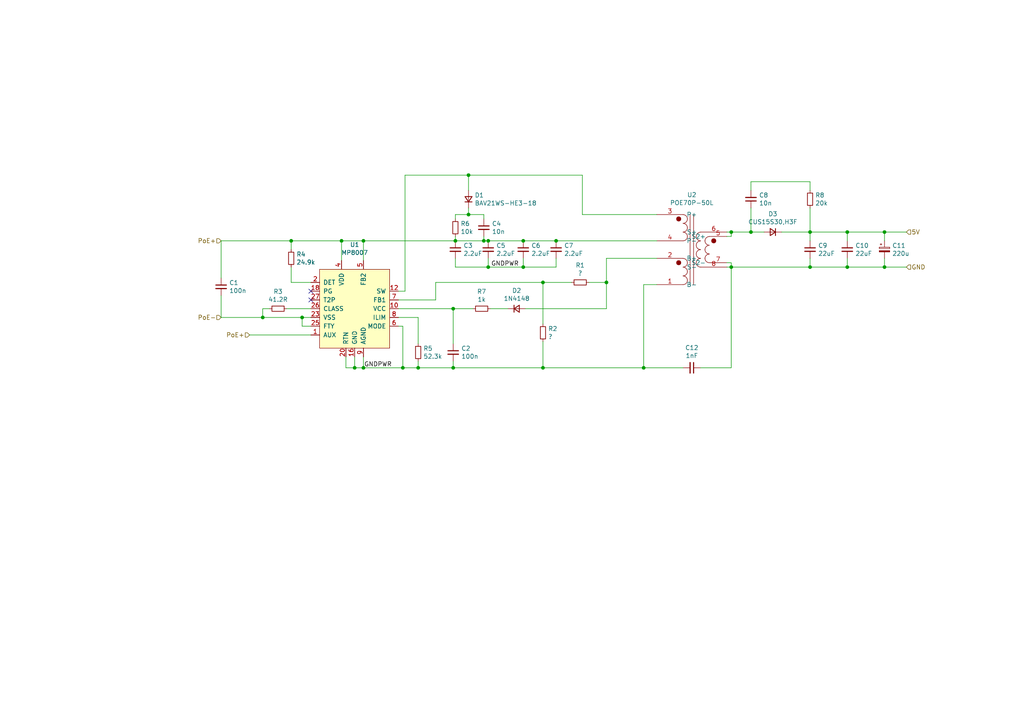
<source format=kicad_sch>
(kicad_sch (version 20211123) (generator eeschema)

  (uuid 6a45789b-3855-401f-8139-3c734f7f52f9)

  (paper "A4")

  (lib_symbols
    (symbol "Device:CP_Small" (pin_numbers hide) (pin_names (offset 0.254) hide) (in_bom yes) (on_board yes)
      (property "Reference" "C" (id 0) (at 0.254 1.778 0)
        (effects (font (size 1.27 1.27)) (justify left))
      )
      (property "Value" "Device_CP_Small" (id 1) (at 0.254 -2.032 0)
        (effects (font (size 1.27 1.27)) (justify left))
      )
      (property "Footprint" "" (id 2) (at 0 0 0)
        (effects (font (size 1.27 1.27)) hide)
      )
      (property "Datasheet" "" (id 3) (at 0 0 0)
        (effects (font (size 1.27 1.27)) hide)
      )
      (property "ki_fp_filters" "CP_*" (id 4) (at 0 0 0)
        (effects (font (size 1.27 1.27)) hide)
      )
      (symbol "CP_Small_0_1"
        (rectangle (start -1.524 -0.3048) (end 1.524 -0.6858)
          (stroke (width 0) (type default) (color 0 0 0 0))
          (fill (type outline))
        )
        (rectangle (start -1.524 0.6858) (end 1.524 0.3048)
          (stroke (width 0) (type default) (color 0 0 0 0))
          (fill (type none))
        )
        (polyline
          (pts
            (xy -1.27 1.524)
            (xy -0.762 1.524)
          )
          (stroke (width 0) (type default) (color 0 0 0 0))
          (fill (type none))
        )
        (polyline
          (pts
            (xy -1.016 1.27)
            (xy -1.016 1.778)
          )
          (stroke (width 0) (type default) (color 0 0 0 0))
          (fill (type none))
        )
      )
      (symbol "CP_Small_1_1"
        (pin passive line (at 0 2.54 270) (length 1.8542)
          (name "~" (effects (font (size 1.27 1.27))))
          (number "1" (effects (font (size 1.27 1.27))))
        )
        (pin passive line (at 0 -2.54 90) (length 1.8542)
          (name "~" (effects (font (size 1.27 1.27))))
          (number "2" (effects (font (size 1.27 1.27))))
        )
      )
    )
    (symbol "Device:C_Small" (pin_numbers hide) (pin_names (offset 0.254) hide) (in_bom yes) (on_board yes)
      (property "Reference" "C" (id 0) (at 0.254 1.778 0)
        (effects (font (size 1.27 1.27)) (justify left))
      )
      (property "Value" "C_Small" (id 1) (at 0.254 -2.032 0)
        (effects (font (size 1.27 1.27)) (justify left))
      )
      (property "Footprint" "" (id 2) (at 0 0 0)
        (effects (font (size 1.27 1.27)) hide)
      )
      (property "Datasheet" "~" (id 3) (at 0 0 0)
        (effects (font (size 1.27 1.27)) hide)
      )
      (property "ki_keywords" "capacitor cap" (id 4) (at 0 0 0)
        (effects (font (size 1.27 1.27)) hide)
      )
      (property "ki_description" "Unpolarized capacitor, small symbol" (id 5) (at 0 0 0)
        (effects (font (size 1.27 1.27)) hide)
      )
      (property "ki_fp_filters" "C_*" (id 6) (at 0 0 0)
        (effects (font (size 1.27 1.27)) hide)
      )
      (symbol "C_Small_0_1"
        (polyline
          (pts
            (xy -1.524 -0.508)
            (xy 1.524 -0.508)
          )
          (stroke (width 0.3302) (type default) (color 0 0 0 0))
          (fill (type none))
        )
        (polyline
          (pts
            (xy -1.524 0.508)
            (xy 1.524 0.508)
          )
          (stroke (width 0.3048) (type default) (color 0 0 0 0))
          (fill (type none))
        )
      )
      (symbol "C_Small_1_1"
        (pin passive line (at 0 2.54 270) (length 2.032)
          (name "~" (effects (font (size 1.27 1.27))))
          (number "1" (effects (font (size 1.27 1.27))))
        )
        (pin passive line (at 0 -2.54 90) (length 2.032)
          (name "~" (effects (font (size 1.27 1.27))))
          (number "2" (effects (font (size 1.27 1.27))))
        )
      )
    )
    (symbol "Device:D_Small" (pin_numbers hide) (pin_names (offset 0.254) hide) (in_bom yes) (on_board yes)
      (property "Reference" "D" (id 0) (at -1.27 2.032 0)
        (effects (font (size 1.27 1.27)) (justify left))
      )
      (property "Value" "D_Small" (id 1) (at -3.81 -2.032 0)
        (effects (font (size 1.27 1.27)) (justify left))
      )
      (property "Footprint" "" (id 2) (at 0 0 90)
        (effects (font (size 1.27 1.27)) hide)
      )
      (property "Datasheet" "~" (id 3) (at 0 0 90)
        (effects (font (size 1.27 1.27)) hide)
      )
      (property "ki_keywords" "diode" (id 4) (at 0 0 0)
        (effects (font (size 1.27 1.27)) hide)
      )
      (property "ki_description" "Diode, small symbol" (id 5) (at 0 0 0)
        (effects (font (size 1.27 1.27)) hide)
      )
      (property "ki_fp_filters" "TO-???* *_Diode_* *SingleDiode* D_*" (id 6) (at 0 0 0)
        (effects (font (size 1.27 1.27)) hide)
      )
      (symbol "D_Small_0_1"
        (polyline
          (pts
            (xy -0.762 -1.016)
            (xy -0.762 1.016)
          )
          (stroke (width 0.254) (type default) (color 0 0 0 0))
          (fill (type none))
        )
        (polyline
          (pts
            (xy -0.762 0)
            (xy 0.762 0)
          )
          (stroke (width 0) (type default) (color 0 0 0 0))
          (fill (type none))
        )
        (polyline
          (pts
            (xy 0.762 -1.016)
            (xy -0.762 0)
            (xy 0.762 1.016)
            (xy 0.762 -1.016)
          )
          (stroke (width 0.254) (type default) (color 0 0 0 0))
          (fill (type none))
        )
      )
      (symbol "D_Small_1_1"
        (pin passive line (at -2.54 0 0) (length 1.778)
          (name "K" (effects (font (size 1.27 1.27))))
          (number "1" (effects (font (size 1.27 1.27))))
        )
        (pin passive line (at 2.54 0 180) (length 1.778)
          (name "A" (effects (font (size 1.27 1.27))))
          (number "2" (effects (font (size 1.27 1.27))))
        )
      )
    )
    (symbol "Device:R_Small" (pin_numbers hide) (pin_names (offset 0.254) hide) (in_bom yes) (on_board yes)
      (property "Reference" "R" (id 0) (at 0.762 0.508 0)
        (effects (font (size 1.27 1.27)) (justify left))
      )
      (property "Value" "R_Small" (id 1) (at 0.762 -1.016 0)
        (effects (font (size 1.27 1.27)) (justify left))
      )
      (property "Footprint" "" (id 2) (at 0 0 0)
        (effects (font (size 1.27 1.27)) hide)
      )
      (property "Datasheet" "~" (id 3) (at 0 0 0)
        (effects (font (size 1.27 1.27)) hide)
      )
      (property "ki_keywords" "R resistor" (id 4) (at 0 0 0)
        (effects (font (size 1.27 1.27)) hide)
      )
      (property "ki_description" "Resistor, small symbol" (id 5) (at 0 0 0)
        (effects (font (size 1.27 1.27)) hide)
      )
      (property "ki_fp_filters" "R_*" (id 6) (at 0 0 0)
        (effects (font (size 1.27 1.27)) hide)
      )
      (symbol "R_Small_0_1"
        (rectangle (start -0.762 1.778) (end 0.762 -1.778)
          (stroke (width 0.2032) (type default) (color 0 0 0 0))
          (fill (type none))
        )
      )
      (symbol "R_Small_1_1"
        (pin passive line (at 0 2.54 270) (length 0.762)
          (name "~" (effects (font (size 1.27 1.27))))
          (number "1" (effects (font (size 1.27 1.27))))
        )
        (pin passive line (at 0 -2.54 90) (length 0.762)
          (name "~" (effects (font (size 1.27 1.27))))
          (number "2" (effects (font (size 1.27 1.27))))
        )
      )
    )
    (symbol "board-rescue:MP8007-local" (pin_names (offset 1.016)) (in_bom yes) (on_board yes)
      (property "Reference" "U" (id 0) (at -5.08 11.43 0)
        (effects (font (size 1.27 1.27)))
      )
      (property "Value" "board-rescue_MP8007-local" (id 1) (at -1.27 -13.97 0)
        (effects (font (size 1.27 1.27)))
      )
      (property "Footprint" "" (id 2) (at -5.08 11.43 0)
        (effects (font (size 1.27 1.27)) hide)
      )
      (property "Datasheet" "" (id 3) (at -5.08 11.43 0)
        (effects (font (size 1.27 1.27)) hide)
      )
      (symbol "MP8007-local_0_1"
        (rectangle (start -6.35 10.16) (end 13.97 -12.7)
          (stroke (width 0) (type default) (color 0 0 0 0))
          (fill (type background))
        )
      )
      (symbol "MP8007-local_1_1"
        (pin input line (at -8.89 -8.89 0) (length 2.54)
          (name "AUX" (effects (font (size 1.27 1.27))))
          (number "1" (effects (font (size 1.27 1.27))))
        )
        (pin input line (at 16.51 -1.27 180) (length 2.54)
          (name "VCC" (effects (font (size 1.27 1.27))))
          (number "10" (effects (font (size 1.27 1.27))))
        )
        (pin input line (at 16.51 3.81 180) (length 2.54)
          (name "SW" (effects (font (size 1.27 1.27))))
          (number "12" (effects (font (size 1.27 1.27))))
        )
        (pin input line (at 16.51 3.81 180) (length 2.54) hide
          (name "~" (effects (font (size 1.27 1.27))))
          (number "13" (effects (font (size 1.27 1.27))))
        )
        (pin input line (at 3.81 -15.24 90) (length 2.54)
          (name "GND" (effects (font (size 1.27 1.27))))
          (number "16" (effects (font (size 1.27 1.27))))
        )
        (pin input line (at 3.81 -15.24 90) (length 2.54) hide
          (name "~" (effects (font (size 1.27 1.27))))
          (number "17" (effects (font (size 1.27 1.27))))
        )
        (pin input line (at -8.89 3.81 0) (length 2.54)
          (name "PG" (effects (font (size 1.27 1.27))))
          (number "18" (effects (font (size 1.27 1.27))))
        )
        (pin input line (at -8.89 6.35 0) (length 2.54)
          (name "DET" (effects (font (size 1.27 1.27))))
          (number "2" (effects (font (size 1.27 1.27))))
        )
        (pin input line (at 1.27 -15.24 90) (length 2.54)
          (name "RTN" (effects (font (size 1.27 1.27))))
          (number "20" (effects (font (size 1.27 1.27))))
        )
        (pin input line (at 1.27 -15.24 90) (length 2.54) hide
          (name "~" (effects (font (size 1.27 1.27))))
          (number "21" (effects (font (size 1.27 1.27))))
        )
        (pin input line (at -8.89 -3.81 0) (length 2.54)
          (name "VSS" (effects (font (size 1.27 1.27))))
          (number "23" (effects (font (size 1.27 1.27))))
        )
        (pin input line (at -8.89 -3.81 0) (length 2.54) hide
          (name "~" (effects (font (size 1.27 1.27))))
          (number "24" (effects (font (size 1.27 1.27))))
        )
        (pin input line (at -8.89 -6.35 0) (length 2.54)
          (name "FTY" (effects (font (size 1.27 1.27))))
          (number "25" (effects (font (size 1.27 1.27))))
        )
        (pin input line (at -8.89 -1.27 0) (length 2.54)
          (name "CLASS" (effects (font (size 1.27 1.27))))
          (number "26" (effects (font (size 1.27 1.27))))
        )
        (pin input line (at -8.89 1.27 0) (length 2.54)
          (name "T2P" (effects (font (size 1.27 1.27))))
          (number "27" (effects (font (size 1.27 1.27))))
        )
        (pin input line (at 3.81 -15.24 90) (length 2.54) hide
          (name "GND" (effects (font (size 1.27 1.27))))
          (number "29" (effects (font (size 1.27 1.27))))
        )
        (pin input line (at 0 12.7 270) (length 2.54)
          (name "VDD" (effects (font (size 1.27 1.27))))
          (number "4" (effects (font (size 1.27 1.27))))
        )
        (pin input line (at 6.35 12.7 270) (length 2.54)
          (name "FB2" (effects (font (size 1.27 1.27))))
          (number "5" (effects (font (size 1.27 1.27))))
        )
        (pin input line (at 16.51 -6.35 180) (length 2.54)
          (name "MODE" (effects (font (size 1.27 1.27))))
          (number "6" (effects (font (size 1.27 1.27))))
        )
        (pin input line (at 16.51 1.27 180) (length 2.54)
          (name "FB1" (effects (font (size 1.27 1.27))))
          (number "7" (effects (font (size 1.27 1.27))))
        )
        (pin input line (at 16.51 -3.81 180) (length 2.54)
          (name "ILIM" (effects (font (size 1.27 1.27))))
          (number "8" (effects (font (size 1.27 1.27))))
        )
        (pin input line (at 6.35 -15.24 90) (length 2.54)
          (name "AGND" (effects (font (size 1.27 1.27))))
          (number "9" (effects (font (size 1.27 1.27))))
        )
      )
    )
    (symbol "board-rescue:POE70P-50L-local" (pin_names (offset 1.016)) (in_bom yes) (on_board yes)
      (property "Reference" "U" (id 0) (at 0 0 0)
        (effects (font (size 1.27 1.27)))
      )
      (property "Value" "board-rescue_POE70P-50L-local" (id 1) (at 0 12.7 0)
        (effects (font (size 1.27 1.27)))
      )
      (property "Footprint" "" (id 2) (at 0 0 0)
        (effects (font (size 1.27 1.27)) hide)
      )
      (property "Datasheet" "" (id 3) (at 0 0 0)
        (effects (font (size 1.27 1.27)) hide)
      )
      (symbol "POE70P-50L-local_0_1"
        (circle (center -3.81 -3.81) (radius 0.635)
          (stroke (width 0) (type default) (color 0 0 0 0))
          (fill (type outline))
        )
        (circle (center -3.81 8.89) (radius 0.635)
          (stroke (width 0) (type default) (color 0 0 0 0))
          (fill (type outline))
        )
        (circle (center 6.35 2.54) (radius 0.635)
          (stroke (width 0) (type default) (color 0 0 0 0))
          (fill (type outline))
        )
      )
      (symbol "POE70P-50L-local_1_1"
        (arc (start -2.54 -10.16) (mid -1.642 -9.788) (end -1.2954 -8.89)
          (stroke (width 0) (type default) (color 0 0 0 0))
          (fill (type none))
        )
        (arc (start -2.54 -7.62) (mid -1.642 -7.248) (end -1.2954 -6.35)
          (stroke (width 0) (type default) (color 0 0 0 0))
          (fill (type none))
        )
        (arc (start -2.54 -5.08) (mid -1.642 -4.708) (end -1.2954 -3.81)
          (stroke (width 0) (type default) (color 0 0 0 0))
          (fill (type none))
        )
        (arc (start -2.54 2.54) (mid -1.642 2.912) (end -1.2954 3.81)
          (stroke (width 0) (type default) (color 0 0 0 0))
          (fill (type none))
        )
        (arc (start -2.54 5.08) (mid -1.642 5.452) (end -1.2954 6.35)
          (stroke (width 0) (type default) (color 0 0 0 0))
          (fill (type none))
        )
        (arc (start -2.54 7.62) (mid -1.642 7.992) (end -1.2954 8.89)
          (stroke (width 0) (type default) (color 0 0 0 0))
          (fill (type none))
        )
        (arc (start -1.2954 -8.89) (mid -1.6599 -8.0099) (end -2.54 -7.6454)
          (stroke (width 0) (type default) (color 0 0 0 0))
          (fill (type none))
        )
        (arc (start -1.2954 -6.35) (mid -1.6599 -5.4699) (end -2.54 -5.1054)
          (stroke (width 0) (type default) (color 0 0 0 0))
          (fill (type none))
        )
        (arc (start -1.2954 -3.81) (mid -1.6599 -2.9299) (end -2.54 -2.5654)
          (stroke (width 0) (type default) (color 0 0 0 0))
          (fill (type none))
        )
        (arc (start -1.2954 3.81) (mid -1.6599 4.6901) (end -2.54 5.0546)
          (stroke (width 0) (type default) (color 0 0 0 0))
          (fill (type none))
        )
        (arc (start -1.2954 6.35) (mid -1.6599 7.2301) (end -2.54 7.5946)
          (stroke (width 0) (type default) (color 0 0 0 0))
          (fill (type none))
        )
        (arc (start -1.2954 8.89) (mid -1.6599 9.7701) (end -2.54 10.1346)
          (stroke (width 0) (type default) (color 0 0 0 0))
          (fill (type none))
        )
        (polyline
          (pts
            (xy -0.508 -10.16)
            (xy -0.508 10.16)
          )
          (stroke (width 0) (type default) (color 0 0 0 0))
          (fill (type none))
        )
        (polyline
          (pts
            (xy 0.508 10.16)
            (xy 0.508 -10.16)
          )
          (stroke (width 0) (type default) (color 0 0 0 0))
          (fill (type none))
        )
        (arc (start 1.27 -3.81) (mid 1.642 -4.708) (end 2.54 -5.08)
          (stroke (width 0) (type default) (color 0 0 0 0))
          (fill (type none))
        )
        (arc (start 1.27 -1.27) (mid 1.642 -2.168) (end 2.54 -2.54)
          (stroke (width 0) (type default) (color 0 0 0 0))
          (fill (type none))
        )
        (arc (start 1.27 1.27) (mid 1.642 0.372) (end 2.54 0)
          (stroke (width 0) (type default) (color 0 0 0 0))
          (fill (type none))
        )
        (arc (start 1.27 3.81) (mid 1.642 2.912) (end 2.54 2.54)
          (stroke (width 0) (type default) (color 0 0 0 0))
          (fill (type none))
        )
        (arc (start 2.54 -2.5654) (mid 1.6599 -2.9299) (end 1.27 -3.81)
          (stroke (width 0) (type default) (color 0 0 0 0))
          (fill (type none))
        )
        (arc (start 2.54 -0.0254) (mid 1.6599 -0.3899) (end 1.27 -1.27)
          (stroke (width 0) (type default) (color 0 0 0 0))
          (fill (type none))
        )
        (arc (start 2.54 2.5146) (mid 1.6599 2.1501) (end 1.27 1.27)
          (stroke (width 0) (type default) (color 0 0 0 0))
          (fill (type none))
        )
        (arc (start 2.54 5.0546) (mid 1.6599 4.6901) (end 1.27 3.81)
          (stroke (width 0) (type default) (color 0 0 0 0))
          (fill (type none))
        )
        (arc (start 3.81 -2.54) (mid 4.182 -3.438) (end 5.08 -3.81)
          (stroke (width 0) (type default) (color 0 0 0 0))
          (fill (type none))
        )
        (arc (start 3.81 0) (mid 4.182 -0.898) (end 5.08 -1.27)
          (stroke (width 0) (type default) (color 0 0 0 0))
          (fill (type none))
        )
        (arc (start 3.81 2.54) (mid 4.182 1.642) (end 5.08 1.27)
          (stroke (width 0) (type default) (color 0 0 0 0))
          (fill (type none))
        )
        (arc (start 5.08 -1.2954) (mid 4.1999 -1.6599) (end 3.81 -2.54)
          (stroke (width 0) (type default) (color 0 0 0 0))
          (fill (type none))
        )
        (arc (start 5.08 1.2446) (mid 4.1999 0.8801) (end 3.81 0)
          (stroke (width 0) (type default) (color 0 0 0 0))
          (fill (type none))
        )
        (arc (start 5.08 3.7846) (mid 4.1999 3.4201) (end 3.81 2.54)
          (stroke (width 0) (type default) (color 0 0 0 0))
          (fill (type none))
        )
        (pin passive line (at -10.16 -10.16 0) (length 7.62)
          (name "B-" (effects (font (size 1.27 1.27))))
          (number "1" (effects (font (size 1.27 1.27))))
        )
        (pin passive line (at -10.16 -2.54 0) (length 7.62)
          (name "B+" (effects (font (size 1.27 1.27))))
          (number "2" (effects (font (size 1.27 1.27))))
        )
        (pin passive line (at -10.16 10.16 0) (length 7.62)
          (name "P+" (effects (font (size 1.27 1.27))))
          (number "3" (effects (font (size 1.27 1.27))))
        )
        (pin passive line (at -10.16 2.54 0) (length 7.62)
          (name "P-" (effects (font (size 1.27 1.27))))
          (number "4" (effects (font (size 1.27 1.27))))
        )
        (pin passive line (at 10.16 3.81 180) (length 5.08)
          (name "S2+" (effects (font (size 1.27 1.27))))
          (number "5" (effects (font (size 1.27 1.27))))
        )
        (pin passive line (at 10.16 5.08 180) (length 7.62)
          (name "S+" (effects (font (size 1.27 1.27))))
          (number "6" (effects (font (size 1.27 1.27))))
        )
        (pin passive line (at 10.16 -3.81 180) (length 5.08)
          (name "S2-" (effects (font (size 1.27 1.27))))
          (number "7" (effects (font (size 1.27 1.27))))
        )
        (pin passive line (at 10.16 -5.08 180) (length 7.62)
          (name "S-" (effects (font (size 1.27 1.27))))
          (number "8" (effects (font (size 1.27 1.27))))
        )
      )
    )
  )

  (junction (at 256.54 77.47) (diameter 0) (color 0 0 0 0)
    (uuid 057af6bb-cf6f-4bfb-b0c0-2e92a2c09a47)
  )
  (junction (at 157.48 81.915) (diameter 0) (color 0 0 0 0)
    (uuid 097edb1b-8998-4e70-b670-bba125982348)
  )
  (junction (at 175.895 81.915) (diameter 0) (color 0 0 0 0)
    (uuid 099096e4-8c2a-4d84-a16f-06b4b6330e7a)
  )
  (junction (at 234.95 77.47) (diameter 0) (color 0 0 0 0)
    (uuid 0ce8d3ab-2662-4158-8a2a-18b782908fc5)
  )
  (junction (at 141.605 69.85) (diameter 0) (color 0 0 0 0)
    (uuid 0ff508fd-18da-4ab7-9844-3c8a28c2587e)
  )
  (junction (at 141.605 77.47) (diameter 0) (color 0 0 0 0)
    (uuid 16bd6381-8ac0-4bf2-9dce-ecc20c724b8d)
  )
  (junction (at 131.445 106.68) (diameter 0) (color 0 0 0 0)
    (uuid 19c56563-5fe3-442a-885b-418dbc2421eb)
  )
  (junction (at 84.455 69.85) (diameter 0) (color 0 0 0 0)
    (uuid 1a1ab354-5f85-45f9-938c-9f6c4c8c3ea2)
  )
  (junction (at 102.87 106.68) (diameter 0) (color 0 0 0 0)
    (uuid 240e07e1-770b-4b27-894f-29fd601c924d)
  )
  (junction (at 132.08 69.85) (diameter 0) (color 0 0 0 0)
    (uuid 40165eda-4ba6-4565-9bb4-b9df6dbb08da)
  )
  (junction (at 140.335 69.85) (diameter 0) (color 0 0 0 0)
    (uuid 4780a290-d25c-4459-9579-eba3f7678762)
  )
  (junction (at 105.41 106.68) (diameter 0) (color 0 0 0 0)
    (uuid 4a4ec8d9-3d72-4952-83d4-808f65849a2b)
  )
  (junction (at 116.84 106.68) (diameter 0) (color 0 0 0 0)
    (uuid 57c0c267-8bf9-4cc7-b734-d71a239ac313)
  )
  (junction (at 121.285 106.68) (diameter 0) (color 0 0 0 0)
    (uuid 5bcace5d-edd0-4e19-92d0-835e43cf8eb2)
  )
  (junction (at 151.765 77.47) (diameter 0) (color 0 0 0 0)
    (uuid 60dcd1fe-7079-4cb8-b509-04558ccf5097)
  )
  (junction (at 105.41 69.85) (diameter 0) (color 0 0 0 0)
    (uuid 63ff1c93-3f96-4c33-b498-5dd8c33bccc0)
  )
  (junction (at 76.2 92.075) (diameter 0) (color 0 0 0 0)
    (uuid 6441b183-b8f2-458f-a23d-60e2b1f66dd6)
  )
  (junction (at 157.48 106.68) (diameter 0) (color 0 0 0 0)
    (uuid 67763d19-f622-4e1e-81e5-5b24da7c3f99)
  )
  (junction (at 161.29 69.85) (diameter 0) (color 0 0 0 0)
    (uuid 70e15522-1572-4451-9c0d-6d36ac70d8c6)
  )
  (junction (at 256.54 67.31) (diameter 0) (color 0 0 0 0)
    (uuid 7b044939-8c4d-444f-b9e0-a15fcdeb5a86)
  )
  (junction (at 212.09 77.47) (diameter 0) (color 0 0 0 0)
    (uuid 7f52d787-caa3-4a92-b1b2-19d554dc29a4)
  )
  (junction (at 212.09 67.31) (diameter 0) (color 0 0 0 0)
    (uuid 8087f566-a94d-4bbc-985b-e49ee7762296)
  )
  (junction (at 217.805 67.31) (diameter 0) (color 0 0 0 0)
    (uuid 9b3c58a7-a9b9-4498-abc0-f9f43e4f0292)
  )
  (junction (at 87.63 92.075) (diameter 0) (color 0 0 0 0)
    (uuid 9bb20359-0f8b-45bc-9d38-6626ed3a939d)
  )
  (junction (at 234.95 67.31) (diameter 0) (color 0 0 0 0)
    (uuid a9b3f6e4-7a6d-4ae8-ad28-3d8458e0ca1a)
  )
  (junction (at 245.745 77.47) (diameter 0) (color 0 0 0 0)
    (uuid be645d0f-8568-47a0-a152-e3ddd33563eb)
  )
  (junction (at 99.06 69.85) (diameter 0) (color 0 0 0 0)
    (uuid c01d25cd-f4bb-4ef3-b5ea-533a2a4ddb2b)
  )
  (junction (at 151.765 69.85) (diameter 0) (color 0 0 0 0)
    (uuid c332fa55-4168-4f55-88a5-f82c7c21040b)
  )
  (junction (at 135.89 62.23) (diameter 0) (color 0 0 0 0)
    (uuid c830e3bc-dc64-4f65-8f47-3b106bae2807)
  )
  (junction (at 135.89 50.8) (diameter 0) (color 0 0 0 0)
    (uuid d5641ac9-9be7-46bf-90b3-6c83d852b5ba)
  )
  (junction (at 245.745 67.31) (diameter 0) (color 0 0 0 0)
    (uuid d5b800ca-1ab6-4b66-b5f7-2dda5658b504)
  )
  (junction (at 131.445 89.535) (diameter 0) (color 0 0 0 0)
    (uuid e43dbe34-ed17-4e35-a5c7-2f1679b3c415)
  )
  (junction (at 186.69 106.68) (diameter 0) (color 0 0 0 0)
    (uuid ec5c2062-3a41-4636-8803-069e60a1641a)
  )

  (no_connect (at 90.17 86.995) (uuid 852dabbf-de45-4470-8176-59d37a754407))
  (no_connect (at 90.17 84.455) (uuid b5352a33-563a-4ffe-a231-2e68fb54afa3))

  (wire (pts (xy 102.87 106.68) (xy 100.33 106.68))
    (stroke (width 0) (type default) (color 0 0 0 0))
    (uuid 003c2200-0632-4808-a662-8ddd5d30c768)
  )
  (wire (pts (xy 186.69 82.55) (xy 190.5 82.55))
    (stroke (width 0) (type default) (color 0 0 0 0))
    (uuid 01e9b6e7-adf9-4ee7-9447-a588630ee4a2)
  )
  (wire (pts (xy 256.54 69.85) (xy 256.54 67.31))
    (stroke (width 0) (type default) (color 0 0 0 0))
    (uuid 0325ec43-0390-4ae2-b055-b1ec6ce17b1c)
  )
  (wire (pts (xy 64.135 80.645) (xy 64.135 69.85))
    (stroke (width 0) (type default) (color 0 0 0 0))
    (uuid 03c52831-5dc5-43c5-a442-8d23643b46fb)
  )
  (wire (pts (xy 132.08 77.47) (xy 141.605 77.47))
    (stroke (width 0) (type default) (color 0 0 0 0))
    (uuid 0755aee5-bc01-4cb5-b830-583289df50a3)
  )
  (wire (pts (xy 105.41 103.505) (xy 105.41 106.68))
    (stroke (width 0) (type default) (color 0 0 0 0))
    (uuid 08a7c925-7fae-4530-b0c9-120e185cb318)
  )
  (wire (pts (xy 212.09 77.47) (xy 234.95 77.47))
    (stroke (width 0) (type default) (color 0 0 0 0))
    (uuid 101ef598-601d-400e-9ef6-d655fbb1dbfa)
  )
  (wire (pts (xy 131.445 89.535) (xy 137.16 89.535))
    (stroke (width 0) (type default) (color 0 0 0 0))
    (uuid 14769dc5-8525-4984-8b15-a734ee247efa)
  )
  (wire (pts (xy 131.445 99.695) (xy 131.445 89.535))
    (stroke (width 0) (type default) (color 0 0 0 0))
    (uuid 16a9ae8c-3ad2-439b-8efe-377c994670c7)
  )
  (wire (pts (xy 84.455 81.915) (xy 90.17 81.915))
    (stroke (width 0) (type default) (color 0 0 0 0))
    (uuid 1bf544e3-5940-4576-9291-2464e95c0ee2)
  )
  (wire (pts (xy 135.89 55.245) (xy 135.89 50.8))
    (stroke (width 0) (type default) (color 0 0 0 0))
    (uuid 1e8701fc-ad24-40ea-846a-e3db538d6077)
  )
  (wire (pts (xy 217.805 55.245) (xy 217.805 52.705))
    (stroke (width 0) (type default) (color 0 0 0 0))
    (uuid 20c315f4-1e4f-49aa-8d61-778a7389df7e)
  )
  (wire (pts (xy 131.445 106.68) (xy 157.48 106.68))
    (stroke (width 0) (type default) (color 0 0 0 0))
    (uuid 21ae9c3a-7138-444e-be38-56a4842ab594)
  )
  (wire (pts (xy 135.89 62.23) (xy 140.335 62.23))
    (stroke (width 0) (type default) (color 0 0 0 0))
    (uuid 25d545dc-8f50-4573-922c-35ef5a2a3a19)
  )
  (wire (pts (xy 152.4 89.535) (xy 175.895 89.535))
    (stroke (width 0) (type default) (color 0 0 0 0))
    (uuid 275aa44a-b61f-489f-9e2a-819a0fe0d1eb)
  )
  (wire (pts (xy 234.95 77.47) (xy 245.745 77.47))
    (stroke (width 0) (type default) (color 0 0 0 0))
    (uuid 29195ea4-8218-44a1-b4bf-466bee0082e4)
  )
  (wire (pts (xy 64.135 85.725) (xy 64.135 92.075))
    (stroke (width 0) (type default) (color 0 0 0 0))
    (uuid 29e78086-2175-405e-9ba3-c48766d2f50c)
  )
  (wire (pts (xy 87.63 92.075) (xy 90.17 92.075))
    (stroke (width 0) (type default) (color 0 0 0 0))
    (uuid 2d210a96-f81f-42a9-8bf4-1b43c11086f3)
  )
  (wire (pts (xy 157.48 99.06) (xy 157.48 106.68))
    (stroke (width 0) (type default) (color 0 0 0 0))
    (uuid 2d67a417-188f-4014-9282-000265d80009)
  )
  (wire (pts (xy 64.135 69.85) (xy 84.455 69.85))
    (stroke (width 0) (type default) (color 0 0 0 0))
    (uuid 2d6db888-4e40-41c8-b701-07170fc894bc)
  )
  (wire (pts (xy 168.91 62.23) (xy 190.5 62.23))
    (stroke (width 0) (type default) (color 0 0 0 0))
    (uuid 2f215f15-3d52-4c91-93e6-3ea03a95622f)
  )
  (wire (pts (xy 76.2 92.075) (xy 87.63 92.075))
    (stroke (width 0) (type default) (color 0 0 0 0))
    (uuid 31e08896-1992-4725-96d9-9d2728bca7a3)
  )
  (wire (pts (xy 141.605 69.85) (xy 140.335 69.85))
    (stroke (width 0) (type default) (color 0 0 0 0))
    (uuid 378af8b4-af3d-46e7-89ae-deff12ca9067)
  )
  (wire (pts (xy 210.82 68.58) (xy 212.09 68.58))
    (stroke (width 0) (type default) (color 0 0 0 0))
    (uuid 3a52f112-cb97-43db-aaeb-20afe27664d7)
  )
  (wire (pts (xy 221.615 67.31) (xy 217.805 67.31))
    (stroke (width 0) (type default) (color 0 0 0 0))
    (uuid 41acfe41-fac7-432a-a7a3-946566e2d504)
  )
  (wire (pts (xy 84.455 69.85) (xy 99.06 69.85))
    (stroke (width 0) (type default) (color 0 0 0 0))
    (uuid 42713045-fffd-4b2d-ae1e-7232d705fb12)
  )
  (wire (pts (xy 140.335 69.85) (xy 140.335 68.58))
    (stroke (width 0) (type default) (color 0 0 0 0))
    (uuid 45008225-f50f-4d6b-b508-6730a9408caf)
  )
  (wire (pts (xy 157.48 81.915) (xy 157.48 93.98))
    (stroke (width 0) (type default) (color 0 0 0 0))
    (uuid 477311b9-8f81-40c8-9c55-fd87e287247a)
  )
  (wire (pts (xy 161.29 77.47) (xy 161.29 74.93))
    (stroke (width 0) (type default) (color 0 0 0 0))
    (uuid 4a21e717-d46d-4d9e-8b98-af4ecb02d3ec)
  )
  (wire (pts (xy 90.17 94.615) (xy 87.63 94.615))
    (stroke (width 0) (type default) (color 0 0 0 0))
    (uuid 4c8eb964-bdf4-44de-90e9-e2ab82dd5313)
  )
  (wire (pts (xy 186.69 106.68) (xy 186.69 82.55))
    (stroke (width 0) (type default) (color 0 0 0 0))
    (uuid 4f66b314-0f62-4fb6-8c3c-f9c6a75cd3ec)
  )
  (wire (pts (xy 132.08 74.93) (xy 132.08 77.47))
    (stroke (width 0) (type default) (color 0 0 0 0))
    (uuid 4fb21471-41be-4be8-9687-66030f97befc)
  )
  (wire (pts (xy 256.54 67.31) (xy 262.89 67.31))
    (stroke (width 0) (type default) (color 0 0 0 0))
    (uuid 576c6616-e95d-4f1e-8ead-dea30fcdc8c2)
  )
  (wire (pts (xy 116.84 106.68) (xy 121.285 106.68))
    (stroke (width 0) (type default) (color 0 0 0 0))
    (uuid 5ca4be1c-537e-4a4a-b344-d0c8ffde8546)
  )
  (wire (pts (xy 198.12 106.68) (xy 186.69 106.68))
    (stroke (width 0) (type default) (color 0 0 0 0))
    (uuid 5edcefbe-9766-42c8-9529-28d0ec865573)
  )
  (wire (pts (xy 168.91 50.8) (xy 168.91 62.23))
    (stroke (width 0) (type default) (color 0 0 0 0))
    (uuid 61fe293f-6808-4b7f-9340-9aaac7054a97)
  )
  (wire (pts (xy 157.48 106.68) (xy 186.69 106.68))
    (stroke (width 0) (type default) (color 0 0 0 0))
    (uuid 6284122b-79c3-4e04-925e-3d32cc3ec077)
  )
  (wire (pts (xy 210.82 77.47) (xy 212.09 77.47))
    (stroke (width 0) (type default) (color 0 0 0 0))
    (uuid 65134029-dbd2-409a-85a8-13c2a33ff019)
  )
  (wire (pts (xy 72.39 97.155) (xy 90.17 97.155))
    (stroke (width 0) (type default) (color 0 0 0 0))
    (uuid 66043bca-a260-4915-9fce-8a51d324c687)
  )
  (wire (pts (xy 151.765 69.85) (xy 141.605 69.85))
    (stroke (width 0) (type default) (color 0 0 0 0))
    (uuid 68877d35-b796-44db-9124-b8e744e7412e)
  )
  (wire (pts (xy 115.57 86.995) (xy 126.365 86.995))
    (stroke (width 0) (type default) (color 0 0 0 0))
    (uuid 6c67e4f6-9d04-4539-b356-b76e915ce848)
  )
  (wire (pts (xy 121.285 92.075) (xy 115.57 92.075))
    (stroke (width 0) (type default) (color 0 0 0 0))
    (uuid 6ec113ca-7d27-4b14-a180-1e5e2fd1c167)
  )
  (wire (pts (xy 131.445 104.775) (xy 131.445 106.68))
    (stroke (width 0) (type default) (color 0 0 0 0))
    (uuid 770ad51a-7219-4633-b24a-bd20feb0a6c5)
  )
  (wire (pts (xy 234.95 67.31) (xy 245.745 67.31))
    (stroke (width 0) (type default) (color 0 0 0 0))
    (uuid 7a4ce4b3-518a-4819-b8b2-5127b3347c64)
  )
  (wire (pts (xy 84.455 72.39) (xy 84.455 69.85))
    (stroke (width 0) (type default) (color 0 0 0 0))
    (uuid 7aed3a71-054b-4aaa-9c0a-030523c32827)
  )
  (wire (pts (xy 115.57 94.615) (xy 116.84 94.615))
    (stroke (width 0) (type default) (color 0 0 0 0))
    (uuid 7cee474b-af8f-4832-b07a-c43c1ab0b464)
  )
  (wire (pts (xy 132.08 69.85) (xy 105.41 69.85))
    (stroke (width 0) (type default) (color 0 0 0 0))
    (uuid 7e023245-2c2b-4e2b-bfb9-5d35176e88f2)
  )
  (wire (pts (xy 217.805 52.705) (xy 234.95 52.705))
    (stroke (width 0) (type default) (color 0 0 0 0))
    (uuid 7e0a03ae-d054-4f76-a131-5c09b8dc1636)
  )
  (wire (pts (xy 100.33 106.68) (xy 100.33 103.505))
    (stroke (width 0) (type default) (color 0 0 0 0))
    (uuid 7edc9030-db7b-43ac-a1b3-b87eeacb4c2d)
  )
  (wire (pts (xy 210.82 76.2) (xy 212.09 76.2))
    (stroke (width 0) (type default) (color 0 0 0 0))
    (uuid 7f2301df-e4bc-479e-a681-cc59c9a2dbbb)
  )
  (wire (pts (xy 83.185 89.535) (xy 90.17 89.535))
    (stroke (width 0) (type default) (color 0 0 0 0))
    (uuid 80094b70-85ab-4ff6-934b-60d5ee65023a)
  )
  (wire (pts (xy 203.2 106.68) (xy 212.09 106.68))
    (stroke (width 0) (type default) (color 0 0 0 0))
    (uuid 81a15393-727e-448b-a777-b18773023d89)
  )
  (wire (pts (xy 170.815 81.915) (xy 175.895 81.915))
    (stroke (width 0) (type default) (color 0 0 0 0))
    (uuid 84e5506c-143e-495f-9aa4-d3a71622f213)
  )
  (wire (pts (xy 116.84 94.615) (xy 116.84 106.68))
    (stroke (width 0) (type default) (color 0 0 0 0))
    (uuid 853ee787-6e2c-4f32-bc75-6c17337dd3d5)
  )
  (wire (pts (xy 141.605 74.93) (xy 141.605 77.47))
    (stroke (width 0) (type default) (color 0 0 0 0))
    (uuid 85b7594c-358f-454b-b2ad-dd0b1d67ed76)
  )
  (wire (pts (xy 175.895 74.93) (xy 190.5 74.93))
    (stroke (width 0) (type default) (color 0 0 0 0))
    (uuid 87d7448e-e139-4209-ae0b-372f805267da)
  )
  (wire (pts (xy 132.08 68.58) (xy 132.08 69.85))
    (stroke (width 0) (type default) (color 0 0 0 0))
    (uuid 8c6a821f-8e19-48f3-8f44-9b340f7689bc)
  )
  (wire (pts (xy 117.475 50.8) (xy 117.475 84.455))
    (stroke (width 0) (type default) (color 0 0 0 0))
    (uuid 8da933a9-35f8-42e6-8504-d1bab7264306)
  )
  (wire (pts (xy 256.54 77.47) (xy 262.89 77.47))
    (stroke (width 0) (type default) (color 0 0 0 0))
    (uuid 935f462d-8b1e-4005-9f1e-17f537ab1756)
  )
  (wire (pts (xy 64.135 92.075) (xy 76.2 92.075))
    (stroke (width 0) (type default) (color 0 0 0 0))
    (uuid 94a873dc-af67-4ef9-8159-1f7c93eeb3d7)
  )
  (wire (pts (xy 212.09 67.31) (xy 210.82 67.31))
    (stroke (width 0) (type default) (color 0 0 0 0))
    (uuid 98c78427-acd5-4f90-9ad6-9f61c4809aec)
  )
  (wire (pts (xy 157.48 81.915) (xy 165.735 81.915))
    (stroke (width 0) (type default) (color 0 0 0 0))
    (uuid 994b6220-4755-4d84-91b3-6122ac1c2c5e)
  )
  (wire (pts (xy 105.41 69.85) (xy 105.41 75.565))
    (stroke (width 0) (type default) (color 0 0 0 0))
    (uuid 9b0a1687-7e1b-4a04-a30b-c27a072a2949)
  )
  (wire (pts (xy 121.285 106.68) (xy 131.445 106.68))
    (stroke (width 0) (type default) (color 0 0 0 0))
    (uuid 9cb12cc8-7f1a-4a01-9256-c119f11a8a02)
  )
  (wire (pts (xy 190.5 69.85) (xy 161.29 69.85))
    (stroke (width 0) (type default) (color 0 0 0 0))
    (uuid 9e1b837f-0d34-4a18-9644-9ee68f141f46)
  )
  (wire (pts (xy 175.895 81.915) (xy 175.895 74.93))
    (stroke (width 0) (type default) (color 0 0 0 0))
    (uuid a13ab237-8f8d-4e16-8c47-4440653b8534)
  )
  (wire (pts (xy 142.24 89.535) (xy 147.32 89.535))
    (stroke (width 0) (type default) (color 0 0 0 0))
    (uuid a17904b9-135e-4dae-ae20-401c7787de72)
  )
  (wire (pts (xy 99.06 69.85) (xy 99.06 75.565))
    (stroke (width 0) (type default) (color 0 0 0 0))
    (uuid a1823eb2-fb0d-4ed8-8b96-04184ac3a9d5)
  )
  (wire (pts (xy 212.09 106.68) (xy 212.09 77.47))
    (stroke (width 0) (type default) (color 0 0 0 0))
    (uuid a4f86a46-3bc8-4daa-9125-a63f297eb114)
  )
  (wire (pts (xy 141.605 77.47) (xy 151.765 77.47))
    (stroke (width 0) (type default) (color 0 0 0 0))
    (uuid a5cd8da1-8f7f-4f80-bb23-0317de562222)
  )
  (wire (pts (xy 226.695 67.31) (xy 234.95 67.31))
    (stroke (width 0) (type default) (color 0 0 0 0))
    (uuid a6b7df29-bcf8-46a9-b623-7eaac47f5110)
  )
  (wire (pts (xy 212.09 76.2) (xy 212.09 77.47))
    (stroke (width 0) (type default) (color 0 0 0 0))
    (uuid a8447faf-e0a0-4c4a-ae53-4d4b28669151)
  )
  (wire (pts (xy 87.63 94.615) (xy 87.63 92.075))
    (stroke (width 0) (type default) (color 0 0 0 0))
    (uuid aa14c3bd-4acc-4908-9d28-228585a22a9d)
  )
  (wire (pts (xy 140.335 62.23) (xy 140.335 63.5))
    (stroke (width 0) (type default) (color 0 0 0 0))
    (uuid aca4de92-9c41-4c2b-9afa-540d02dafa1c)
  )
  (wire (pts (xy 234.95 74.93) (xy 234.95 77.47))
    (stroke (width 0) (type default) (color 0 0 0 0))
    (uuid b0906e10-2fbc-4309-a8b4-6fc4cd1a5490)
  )
  (wire (pts (xy 126.365 86.995) (xy 126.365 81.915))
    (stroke (width 0) (type default) (color 0 0 0 0))
    (uuid b447dbb1-d38e-4a15-93cb-12c25382ea53)
  )
  (wire (pts (xy 115.57 84.455) (xy 117.475 84.455))
    (stroke (width 0) (type default) (color 0 0 0 0))
    (uuid b88717bd-086f-46cd-9d3f-0396009d0996)
  )
  (wire (pts (xy 117.475 50.8) (xy 135.89 50.8))
    (stroke (width 0) (type default) (color 0 0 0 0))
    (uuid babeabf2-f3b0-4ed5-8d9e-0215947e6cf3)
  )
  (wire (pts (xy 121.285 99.695) (xy 121.285 92.075))
    (stroke (width 0) (type default) (color 0 0 0 0))
    (uuid bd065eaf-e495-4837-bdb3-129934de1fc7)
  )
  (wire (pts (xy 245.745 77.47) (xy 256.54 77.47))
    (stroke (width 0) (type default) (color 0 0 0 0))
    (uuid bd9595a1-04f3-4fda-8f1b-e65ad874edd3)
  )
  (wire (pts (xy 76.2 89.535) (xy 76.2 92.075))
    (stroke (width 0) (type default) (color 0 0 0 0))
    (uuid bfc0aadc-38cf-466e-a642-68fdc3138c78)
  )
  (wire (pts (xy 84.455 77.47) (xy 84.455 81.915))
    (stroke (width 0) (type default) (color 0 0 0 0))
    (uuid c0515cd2-cdaa-467e-8354-0f6eadfa35c9)
  )
  (wire (pts (xy 217.805 60.325) (xy 217.805 67.31))
    (stroke (width 0) (type default) (color 0 0 0 0))
    (uuid c094494a-f6f7-43fc-a007-4951484ddf3a)
  )
  (wire (pts (xy 135.89 50.8) (xy 168.91 50.8))
    (stroke (width 0) (type default) (color 0 0 0 0))
    (uuid c25a772d-af9c-4ebc-96f6-0966738c13a8)
  )
  (wire (pts (xy 135.89 60.325) (xy 135.89 62.23))
    (stroke (width 0) (type default) (color 0 0 0 0))
    (uuid c43663ee-9a0d-4f27-a292-89ba89964065)
  )
  (wire (pts (xy 151.765 77.47) (xy 161.29 77.47))
    (stroke (width 0) (type default) (color 0 0 0 0))
    (uuid c5eb1e4c-ce83-470e-8f32-e20ff1f886a3)
  )
  (wire (pts (xy 115.57 89.535) (xy 131.445 89.535))
    (stroke (width 0) (type default) (color 0 0 0 0))
    (uuid c7e7067c-5f5e-48d8-ab59-df26f9b35863)
  )
  (wire (pts (xy 245.745 67.31) (xy 256.54 67.31))
    (stroke (width 0) (type default) (color 0 0 0 0))
    (uuid c9667181-b3c7-4b01-b8b4-baa29a9aea63)
  )
  (wire (pts (xy 175.895 81.915) (xy 175.895 89.535))
    (stroke (width 0) (type default) (color 0 0 0 0))
    (uuid ca5a4651-0d1d-441b-b17d-01518ef3b656)
  )
  (wire (pts (xy 105.41 106.68) (xy 116.84 106.68))
    (stroke (width 0) (type default) (color 0 0 0 0))
    (uuid ca87f11b-5f48-4b57-8535-68d3ec2fe5a9)
  )
  (wire (pts (xy 256.54 74.93) (xy 256.54 77.47))
    (stroke (width 0) (type default) (color 0 0 0 0))
    (uuid cb16d05e-318b-4e51-867b-70d791d75bea)
  )
  (wire (pts (xy 121.285 104.775) (xy 121.285 106.68))
    (stroke (width 0) (type default) (color 0 0 0 0))
    (uuid cb24efdd-07c6-4317-9277-131625b065ac)
  )
  (wire (pts (xy 105.41 106.68) (xy 102.87 106.68))
    (stroke (width 0) (type default) (color 0 0 0 0))
    (uuid cbd8faed-e1f8-4406-87c8-58b2c504a5d4)
  )
  (wire (pts (xy 126.365 81.915) (xy 157.48 81.915))
    (stroke (width 0) (type default) (color 0 0 0 0))
    (uuid cfa5c16e-7859-460d-a0b8-cea7d7ea629c)
  )
  (wire (pts (xy 245.745 69.85) (xy 245.745 67.31))
    (stroke (width 0) (type default) (color 0 0 0 0))
    (uuid cff34251-839c-4da9-a0ad-85d0fc4e32af)
  )
  (wire (pts (xy 234.95 69.85) (xy 234.95 67.31))
    (stroke (width 0) (type default) (color 0 0 0 0))
    (uuid d0fb0864-e79b-4bdc-8e8e-eed0cabe6d56)
  )
  (wire (pts (xy 78.105 89.535) (xy 76.2 89.535))
    (stroke (width 0) (type default) (color 0 0 0 0))
    (uuid d4a1d3c4-b315-4bec-9220-d12a9eab51e0)
  )
  (wire (pts (xy 234.95 52.705) (xy 234.95 55.245))
    (stroke (width 0) (type default) (color 0 0 0 0))
    (uuid d6fb27cf-362d-4568-967c-a5bf49d5931b)
  )
  (wire (pts (xy 132.08 62.23) (xy 135.89 62.23))
    (stroke (width 0) (type default) (color 0 0 0 0))
    (uuid d7269d2a-b8c0-422d-8f25-f79ea31bf75e)
  )
  (wire (pts (xy 234.95 60.325) (xy 234.95 67.31))
    (stroke (width 0) (type default) (color 0 0 0 0))
    (uuid d9c6d5d2-0b49-49ba-a970-cd2c32f74c54)
  )
  (wire (pts (xy 161.29 69.85) (xy 151.765 69.85))
    (stroke (width 0) (type default) (color 0 0 0 0))
    (uuid dde51ae5-b215-445e-92bb-4a12ec410531)
  )
  (wire (pts (xy 140.335 69.85) (xy 132.08 69.85))
    (stroke (width 0) (type default) (color 0 0 0 0))
    (uuid df68c26a-03b5-4466-aecf-ba34b7dce6b7)
  )
  (wire (pts (xy 217.805 67.31) (xy 212.09 67.31))
    (stroke (width 0) (type default) (color 0 0 0 0))
    (uuid e40e8cef-4fb0-4fc3-be09-3875b2cc8469)
  )
  (wire (pts (xy 132.08 63.5) (xy 132.08 62.23))
    (stroke (width 0) (type default) (color 0 0 0 0))
    (uuid e8c50f1b-c316-4110-9cce-5c24c65a1eaa)
  )
  (wire (pts (xy 245.745 74.93) (xy 245.745 77.47))
    (stroke (width 0) (type default) (color 0 0 0 0))
    (uuid ebd06df3-d52b-4cff-99a2-a771df6d3733)
  )
  (wire (pts (xy 151.765 74.93) (xy 151.765 77.47))
    (stroke (width 0) (type default) (color 0 0 0 0))
    (uuid ec31c074-17b2-48e1-ab01-071acad3fa04)
  )
  (wire (pts (xy 99.06 69.85) (xy 105.41 69.85))
    (stroke (width 0) (type default) (color 0 0 0 0))
    (uuid ee27d19c-8dca-4ac8-a760-6dfd54d28071)
  )
  (wire (pts (xy 102.87 103.505) (xy 102.87 106.68))
    (stroke (width 0) (type default) (color 0 0 0 0))
    (uuid f2c93195-af12-4d3e-acdf-bdd0ff675c24)
  )
  (wire (pts (xy 212.09 68.58) (xy 212.09 67.31))
    (stroke (width 0) (type default) (color 0 0 0 0))
    (uuid f4eb0267-179f-46c9-b516-9bfb06bac1ba)
  )

  (label "GNDPWR" (at 113.665 106.68 180)
    (effects (font (size 1.27 1.27)) (justify right bottom))
    (uuid 5528bcad-2950-4673-90eb-c37e6952c475)
  )
  (label "GNDPWR" (at 150.495 77.47 180)
    (effects (font (size 1.27 1.27)) (justify right bottom))
    (uuid 7599133e-c681-4202-85d9-c20dac196c64)
  )

  (hierarchical_label "5V" (shape input) (at 262.89 67.31 0)
    (effects (font (size 1.27 1.27)) (justify left))
    (uuid 127679a9-3981-4934-815e-896a4e3ff56e)
  )
  (hierarchical_label "GND" (shape input) (at 262.89 77.47 0)
    (effects (font (size 1.27 1.27)) (justify left))
    (uuid 48ab88d7-7084-4d02-b109-3ad55a30bb11)
  )
  (hierarchical_label "PoE-" (shape input) (at 64.135 92.075 180)
    (effects (font (size 1.27 1.27)) (justify right))
    (uuid 716e31c5-485f-40b5-88e3-a75900da9811)
  )
  (hierarchical_label "PoE+" (shape input) (at 72.39 97.155 180)
    (effects (font (size 1.27 1.27)) (justify right))
    (uuid 7bbf981c-a063-4e30-8911-e4228e1c0743)
  )
  (hierarchical_label "PoE+" (shape input) (at 64.135 69.85 180)
    (effects (font (size 1.27 1.27)) (justify right))
    (uuid b1086f75-01ba-4188-8d36-75a9e2828ca9)
  )

  (symbol (lib_id "board-rescue:MP8007-local") (at 99.06 88.265 0)
    (in_bom yes) (on_board yes)
    (uuid 00000000-0000-0000-0000-000060a0318a)
    (property "Reference" "U1" (id 0) (at 102.87 70.9676 0))
    (property "Value" "MP8007" (id 1) (at 102.87 73.279 0))
    (property "Footprint" "Package_DFN_QFN:QFN-28-1EP_4x5mm_P0.5mm_EP2.65x3.65mm_ThermalVias" (id 2) (at 93.98 76.835 0)
      (effects (font (size 1.27 1.27)) hide)
    )
    (property "Datasheet" "" (id 3) (at 93.98 76.835 0)
      (effects (font (size 1.27 1.27)) hide)
    )
    (pin "1" (uuid 84b49332-c009-4222-9715-891767babdf6))
    (pin "10" (uuid 80f04873-7bc4-4f8d-a001-9b4c1bacaa99))
    (pin "12" (uuid 7297708a-3ddb-437c-a022-029fc420f242))
    (pin "13" (uuid 80f8544b-efce-4726-8493-8054af38c28d))
    (pin "16" (uuid a43c0300-1cf5-4793-a686-2c168de41d61))
    (pin "17" (uuid 89628ef4-e6ac-4807-85d4-c52f8cf9e136))
    (pin "18" (uuid 45ab63b2-69a7-4901-a31d-21ac38882192))
    (pin "2" (uuid 17757662-228c-4c69-b30a-02c579f9c94a))
    (pin "20" (uuid 40c31842-f602-4408-b8d1-ee3550d6d805))
    (pin "21" (uuid d8b5bac9-55d0-45a0-8868-d3db243a870f))
    (pin "23" (uuid a495c44c-0621-4b81-8568-15d3eeb6bd10))
    (pin "24" (uuid 960e3980-6992-4f2f-be18-9d55b25deb4f))
    (pin "25" (uuid 6ff68425-4d5c-4047-bb2d-454338ea7222))
    (pin "26" (uuid a6bd56a6-2781-4a69-91bb-2c1492084c6c))
    (pin "27" (uuid a3d19ecf-a56e-4b08-882f-e0959ebaf9bb))
    (pin "29" (uuid 9472cabf-848d-4d17-9df0-8ca6c15a78bc))
    (pin "4" (uuid b767b8f8-ecce-4a00-9757-4efa3a524318))
    (pin "5" (uuid 0aea80b3-5920-4614-b5a1-211fc72588f6))
    (pin "6" (uuid 3b0eb3d0-4c1b-4d23-881b-acbb21fccdac))
    (pin "7" (uuid f1df8eee-8a89-44d0-bde3-f8189f69bdae))
    (pin "8" (uuid 0b1a71c3-e09d-4ef0-89b0-db61108da5e8))
    (pin "9" (uuid d408b27d-ea71-4900-b0e7-cb8fd5299291))
  )

  (symbol (lib_id "board-rescue:POE70P-50L-local") (at 200.66 72.39 0) (unit 1)
    (in_bom yes) (on_board yes)
    (uuid 00000000-0000-0000-0000-000060a03af8)
    (property "Reference" "U2" (id 0) (at 200.66 56.515 0))
    (property "Value" "POE70P-50L" (id 1) (at 200.66 58.8264 0))
    (property "Footprint" "local:Transformer_Coilcraft_POE70P" (id 2) (at 200.66 72.39 0)
      (effects (font (size 1.27 1.27)) hide)
    )
    (property "Datasheet" "" (id 3) (at 200.66 72.39 0)
      (effects (font (size 1.27 1.27)) hide)
    )
    (pin "1" (uuid fb4f5b9a-78f8-437f-a793-105c1797ae5b))
    (pin "2" (uuid 53c78b9f-e543-4d59-aa4f-6367dbb404ec))
    (pin "3" (uuid 01fa08a6-7be1-41f2-9d5f-9c8fd909b515))
    (pin "4" (uuid 4aac0332-f770-48bf-84c6-1f15cb6965e6))
    (pin "5" (uuid 51934aba-6bd8-4cf2-9180-7d8507ae546e))
    (pin "6" (uuid e8e54784-63be-4e29-bba0-8d06d3e6b108))
    (pin "7" (uuid 8969f576-03fa-4e04-b345-8d7fcf6d78ae))
    (pin "8" (uuid bab86d3f-0f50-4b90-9d25-b0d60c28a71e))
  )

  (symbol (lib_id "Device:C_Small") (at 64.135 83.185 0) (unit 1)
    (in_bom yes) (on_board yes)
    (uuid 00000000-0000-0000-0000-000060a06e25)
    (property "Reference" "C1" (id 0) (at 66.4718 82.0166 0)
      (effects (font (size 1.27 1.27)) (justify left))
    )
    (property "Value" "100n" (id 1) (at 66.4718 84.328 0)
      (effects (font (size 1.27 1.27)) (justify left))
    )
    (property "Footprint" "Capacitor_SMD:C_0603_1608Metric" (id 2) (at 64.135 83.185 0)
      (effects (font (size 1.27 1.27)) hide)
    )
    (property "Datasheet" "~" (id 3) (at 64.135 83.185 0)
      (effects (font (size 1.27 1.27)) hide)
    )
    (pin "1" (uuid 40101aa4-b797-46a5-aa9f-0bc748343854))
    (pin "2" (uuid 425d4e0c-4af7-4877-bb5f-21af91cfe52d))
  )

  (symbol (lib_id "Device:R_Small") (at 84.455 74.93 0) (unit 1)
    (in_bom yes) (on_board yes)
    (uuid 00000000-0000-0000-0000-000060a0839d)
    (property "Reference" "R4" (id 0) (at 85.9536 73.7616 0)
      (effects (font (size 1.27 1.27)) (justify left))
    )
    (property "Value" "24.9k" (id 1) (at 85.9536 76.073 0)
      (effects (font (size 1.27 1.27)) (justify left))
    )
    (property "Footprint" "Resistor_SMD:R_0603_1608Metric" (id 2) (at 84.455 74.93 0)
      (effects (font (size 1.27 1.27)) hide)
    )
    (property "Datasheet" "~" (id 3) (at 84.455 74.93 0)
      (effects (font (size 1.27 1.27)) hide)
    )
    (pin "1" (uuid 2f4e6d3b-e788-40fd-a30d-623725dbb33b))
    (pin "2" (uuid 16f46eb7-3179-4690-ba60-9ec9d64b3378))
  )

  (symbol (lib_id "Device:R_Small") (at 80.645 89.535 270) (unit 1)
    (in_bom yes) (on_board yes)
    (uuid 00000000-0000-0000-0000-000060a08fa6)
    (property "Reference" "R3" (id 0) (at 80.645 84.5566 90))
    (property "Value" "41.2R" (id 1) (at 80.645 86.868 90))
    (property "Footprint" "Resistor_SMD:R_0603_1608Metric" (id 2) (at 80.645 89.535 0)
      (effects (font (size 1.27 1.27)) hide)
    )
    (property "Datasheet" "~" (id 3) (at 80.645 89.535 0)
      (effects (font (size 1.27 1.27)) hide)
    )
    (pin "1" (uuid d2c61604-a816-4601-a1a6-18f90f86b771))
    (pin "2" (uuid ea87411d-3c37-4ee3-8f36-8e3a9f8bd10e))
  )

  (symbol (lib_id "Device:R_Small") (at 132.08 66.04 0) (unit 1)
    (in_bom yes) (on_board yes)
    (uuid 00000000-0000-0000-0000-000060a12ead)
    (property "Reference" "R6" (id 0) (at 133.5786 64.8716 0)
      (effects (font (size 1.27 1.27)) (justify left))
    )
    (property "Value" "10k" (id 1) (at 133.5786 67.183 0)
      (effects (font (size 1.27 1.27)) (justify left))
    )
    (property "Footprint" "Resistor_SMD:R_0603_1608Metric" (id 2) (at 132.08 66.04 0)
      (effects (font (size 1.27 1.27)) hide)
    )
    (property "Datasheet" "~" (id 3) (at 132.08 66.04 0)
      (effects (font (size 1.27 1.27)) hide)
    )
    (pin "1" (uuid ad71b609-e7e1-4666-9fd0-6d88c7d96f36))
    (pin "2" (uuid ba29d9b9-9df3-4ca5-8a70-aa01665f535e))
  )

  (symbol (lib_id "Device:C_Small") (at 140.335 66.04 0) (unit 1)
    (in_bom yes) (on_board yes)
    (uuid 00000000-0000-0000-0000-000060a13580)
    (property "Reference" "C4" (id 0) (at 142.6718 64.8716 0)
      (effects (font (size 1.27 1.27)) (justify left))
    )
    (property "Value" "10n" (id 1) (at 142.6718 67.183 0)
      (effects (font (size 1.27 1.27)) (justify left))
    )
    (property "Footprint" "Capacitor_SMD:C_0603_1608Metric" (id 2) (at 140.335 66.04 0)
      (effects (font (size 1.27 1.27)) hide)
    )
    (property "Datasheet" "~" (id 3) (at 140.335 66.04 0)
      (effects (font (size 1.27 1.27)) hide)
    )
    (pin "1" (uuid 0cf5165f-03e3-4954-97bb-e571f92bbbbe))
    (pin "2" (uuid 07459f39-3235-4839-b27e-387eaf36b5d8))
  )

  (symbol (lib_id "Device:D_Small") (at 135.89 57.785 90) (unit 1)
    (in_bom yes) (on_board yes)
    (uuid 00000000-0000-0000-0000-000060a1507f)
    (property "Reference" "D1" (id 0) (at 137.668 56.6166 90)
      (effects (font (size 1.27 1.27)) (justify right))
    )
    (property "Value" "BAV21WS-HE3-18" (id 1) (at 137.668 58.928 90)
      (effects (font (size 1.27 1.27)) (justify right))
    )
    (property "Footprint" "Diode_SMD:D_SOD-323_HandSoldering" (id 2) (at 135.89 57.785 90)
      (effects (font (size 1.27 1.27)) hide)
    )
    (property "Datasheet" "~" (id 3) (at 135.89 57.785 90)
      (effects (font (size 1.27 1.27)) hide)
    )
    (pin "1" (uuid 8452c61c-6d5f-47a3-8a21-a3356a7e2bd4))
    (pin "2" (uuid 6424e37b-0a2d-4486-9952-eba089b6e9fc))
  )

  (symbol (lib_id "Device:C_Small") (at 132.08 72.39 0) (unit 1)
    (in_bom yes) (on_board yes)
    (uuid 00000000-0000-0000-0000-000060a18fd2)
    (property "Reference" "C3" (id 0) (at 134.4168 71.2216 0)
      (effects (font (size 1.27 1.27)) (justify left))
    )
    (property "Value" "2.2uF" (id 1) (at 134.4168 73.533 0)
      (effects (font (size 1.27 1.27)) (justify left))
    )
    (property "Footprint" "Capacitor_SMD:C_1210_3225Metric" (id 2) (at 132.08 72.39 0)
      (effects (font (size 1.27 1.27)) hide)
    )
    (property "Datasheet" "~" (id 3) (at 132.08 72.39 0)
      (effects (font (size 1.27 1.27)) hide)
    )
    (pin "1" (uuid 2c3c5a88-d8d5-4e8e-8fe3-709de6747d75))
    (pin "2" (uuid 23c4756d-82f8-4d5b-a432-182147df989c))
  )

  (symbol (lib_id "Device:C_Small") (at 141.605 72.39 0) (unit 1)
    (in_bom yes) (on_board yes)
    (uuid 00000000-0000-0000-0000-000060a193fd)
    (property "Reference" "C5" (id 0) (at 143.9418 71.2216 0)
      (effects (font (size 1.27 1.27)) (justify left))
    )
    (property "Value" "2.2uF" (id 1) (at 143.9418 73.533 0)
      (effects (font (size 1.27 1.27)) (justify left))
    )
    (property "Footprint" "Capacitor_SMD:C_1210_3225Metric" (id 2) (at 141.605 72.39 0)
      (effects (font (size 1.27 1.27)) hide)
    )
    (property "Datasheet" "~" (id 3) (at 141.605 72.39 0)
      (effects (font (size 1.27 1.27)) hide)
    )
    (pin "1" (uuid ea041953-56d7-4181-bcd3-3933f93fafe5))
    (pin "2" (uuid b8822758-430c-4efd-821e-07c84fc4812e))
  )

  (symbol (lib_id "Device:C_Small") (at 151.765 72.39 0) (unit 1)
    (in_bom yes) (on_board yes)
    (uuid 00000000-0000-0000-0000-000060a19703)
    (property "Reference" "C6" (id 0) (at 154.1018 71.2216 0)
      (effects (font (size 1.27 1.27)) (justify left))
    )
    (property "Value" "2.2uF" (id 1) (at 154.1018 73.533 0)
      (effects (font (size 1.27 1.27)) (justify left))
    )
    (property "Footprint" "Capacitor_SMD:C_1210_3225Metric" (id 2) (at 151.765 72.39 0)
      (effects (font (size 1.27 1.27)) hide)
    )
    (property "Datasheet" "~" (id 3) (at 151.765 72.39 0)
      (effects (font (size 1.27 1.27)) hide)
    )
    (pin "1" (uuid 15cb05f1-e523-415c-aac4-95a688f2ee48))
    (pin "2" (uuid a8cb2f62-4a11-4982-8f2b-36f0e50f4a69))
  )

  (symbol (lib_id "Device:C_Small") (at 161.29 72.39 0) (unit 1)
    (in_bom yes) (on_board yes)
    (uuid 00000000-0000-0000-0000-000060a19a37)
    (property "Reference" "C7" (id 0) (at 163.6268 71.2216 0)
      (effects (font (size 1.27 1.27)) (justify left))
    )
    (property "Value" "2.2uF" (id 1) (at 163.6268 73.533 0)
      (effects (font (size 1.27 1.27)) (justify left))
    )
    (property "Footprint" "Capacitor_SMD:C_1210_3225Metric" (id 2) (at 161.29 72.39 0)
      (effects (font (size 1.27 1.27)) hide)
    )
    (property "Datasheet" "~" (id 3) (at 161.29 72.39 0)
      (effects (font (size 1.27 1.27)) hide)
    )
    (pin "1" (uuid 391d6784-f6e9-4bbe-806b-b62d3331d359))
    (pin "2" (uuid 8fe1dca6-ec83-48f7-91ee-f2260a7b356e))
  )

  (symbol (lib_id "Device:D_Small") (at 149.86 89.535 0) (unit 1)
    (in_bom yes) (on_board yes)
    (uuid 00000000-0000-0000-0000-000060a1c97a)
    (property "Reference" "D2" (id 0) (at 149.86 84.2772 0))
    (property "Value" "1N4148" (id 1) (at 149.86 86.5886 0))
    (property "Footprint" "Diode_SMD:D_SOD-323_HandSoldering" (id 2) (at 149.86 89.535 90)
      (effects (font (size 1.27 1.27)) hide)
    )
    (property "Datasheet" "~" (id 3) (at 149.86 89.535 90)
      (effects (font (size 1.27 1.27)) hide)
    )
    (pin "1" (uuid 480e2215-0440-4c25-b30c-e7abdd527792))
    (pin "2" (uuid bb7e4f65-7f78-41ce-8d52-8764303c47f1))
  )

  (symbol (lib_id "Device:C_Small") (at 131.445 102.235 0) (unit 1)
    (in_bom yes) (on_board yes)
    (uuid 00000000-0000-0000-0000-000060a1ec7f)
    (property "Reference" "C2" (id 0) (at 133.7818 101.0666 0)
      (effects (font (size 1.27 1.27)) (justify left))
    )
    (property "Value" "100n" (id 1) (at 133.7818 103.378 0)
      (effects (font (size 1.27 1.27)) (justify left))
    )
    (property "Footprint" "Capacitor_SMD:C_0603_1608Metric" (id 2) (at 131.445 102.235 0)
      (effects (font (size 1.27 1.27)) hide)
    )
    (property "Datasheet" "~" (id 3) (at 131.445 102.235 0)
      (effects (font (size 1.27 1.27)) hide)
    )
    (pin "1" (uuid e56b4a4b-003e-4235-a8b2-b196b2d93d5c))
    (pin "2" (uuid 3f35f969-08b0-4370-ad04-8491aa73c3b8))
  )

  (symbol (lib_id "Device:R_Small") (at 139.7 89.535 270) (unit 1)
    (in_bom yes) (on_board yes)
    (uuid 00000000-0000-0000-0000-000060a216c3)
    (property "Reference" "R7" (id 0) (at 139.7 84.5566 90))
    (property "Value" "1k" (id 1) (at 139.7 86.868 90))
    (property "Footprint" "Resistor_SMD:R_0603_1608Metric" (id 2) (at 139.7 89.535 0)
      (effects (font (size 1.27 1.27)) hide)
    )
    (property "Datasheet" "~" (id 3) (at 139.7 89.535 0)
      (effects (font (size 1.27 1.27)) hide)
    )
    (pin "1" (uuid c5199b2a-7836-4823-8d6e-f7c9b66b7e88))
    (pin "2" (uuid 7d7ec822-99a2-413c-80ac-45c8fb6940a4))
  )

  (symbol (lib_id "Device:R_Small") (at 121.285 102.235 0) (unit 1)
    (in_bom yes) (on_board yes)
    (uuid 00000000-0000-0000-0000-000060a2372f)
    (property "Reference" "R5" (id 0) (at 122.7836 101.0666 0)
      (effects (font (size 1.27 1.27)) (justify left))
    )
    (property "Value" "52.3k" (id 1) (at 122.7836 103.378 0)
      (effects (font (size 1.27 1.27)) (justify left))
    )
    (property "Footprint" "Resistor_SMD:R_0603_1608Metric" (id 2) (at 121.285 102.235 0)
      (effects (font (size 1.27 1.27)) hide)
    )
    (property "Datasheet" "~" (id 3) (at 121.285 102.235 0)
      (effects (font (size 1.27 1.27)) hide)
    )
    (pin "1" (uuid 84a0f461-1052-438d-a576-457da5425336))
    (pin "2" (uuid 9365bc42-79ac-49b0-9d21-26360f22b95d))
  )

  (symbol (lib_id "Device:R_Small") (at 168.275 81.915 270) (unit 1)
    (in_bom yes) (on_board yes)
    (uuid 00000000-0000-0000-0000-000060a2d39d)
    (property "Reference" "R1" (id 0) (at 168.275 76.9366 90))
    (property "Value" "?" (id 1) (at 168.275 79.248 90))
    (property "Footprint" "Resistor_SMD:R_0603_1608Metric" (id 2) (at 168.275 81.915 0)
      (effects (font (size 1.27 1.27)) hide)
    )
    (property "Datasheet" "~" (id 3) (at 168.275 81.915 0)
      (effects (font (size 1.27 1.27)) hide)
    )
    (pin "1" (uuid 5ba8ac55-c65c-4d4a-b5d3-9ebe3ca79c5d))
    (pin "2" (uuid 46c6259d-1d30-4bf6-8a2e-be9e0202d398))
  )

  (symbol (lib_id "Device:R_Small") (at 157.48 96.52 180) (unit 1)
    (in_bom yes) (on_board yes)
    (uuid 00000000-0000-0000-0000-000060a2d79d)
    (property "Reference" "R2" (id 0) (at 158.9786 95.3516 0)
      (effects (font (size 1.27 1.27)) (justify right))
    )
    (property "Value" "?" (id 1) (at 158.9786 97.663 0)
      (effects (font (size 1.27 1.27)) (justify right))
    )
    (property "Footprint" "Resistor_SMD:R_0603_1608Metric" (id 2) (at 157.48 96.52 0)
      (effects (font (size 1.27 1.27)) hide)
    )
    (property "Datasheet" "~" (id 3) (at 157.48 96.52 0)
      (effects (font (size 1.27 1.27)) hide)
    )
    (pin "1" (uuid 43d9526a-f36c-41ce-8c7e-3e6956756a3f))
    (pin "2" (uuid 014ad921-2012-4ecb-94a5-bf4d00f4d92e))
  )

  (symbol (lib_id "Device:D_Small") (at 224.155 67.31 180) (unit 1)
    (in_bom yes) (on_board yes)
    (uuid 00000000-0000-0000-0000-000060a3d3c1)
    (property "Reference" "D3" (id 0) (at 224.155 62.0522 0))
    (property "Value" "CUS15S30,H3F" (id 1) (at 224.155 64.3636 0))
    (property "Footprint" "Diode_SMD:D_SOD-323_HandSoldering" (id 2) (at 224.155 67.31 90)
      (effects (font (size 1.27 1.27)) hide)
    )
    (property "Datasheet" "~" (id 3) (at 224.155 67.31 90)
      (effects (font (size 1.27 1.27)) hide)
    )
    (pin "1" (uuid 322c9841-d38e-4f50-91be-727932a70645))
    (pin "2" (uuid 6601d461-d011-4d4b-a61a-f1085c7c1e41))
  )

  (symbol (lib_id "Device:C_Small") (at 217.805 57.785 180) (unit 1)
    (in_bom yes) (on_board yes)
    (uuid 00000000-0000-0000-0000-000060a486c8)
    (property "Reference" "C8" (id 0) (at 220.1418 56.6166 0)
      (effects (font (size 1.27 1.27)) (justify right))
    )
    (property "Value" "10n" (id 1) (at 220.1418 58.928 0)
      (effects (font (size 1.27 1.27)) (justify right))
    )
    (property "Footprint" "Capacitor_SMD:C_0603_1608Metric" (id 2) (at 217.805 57.785 0)
      (effects (font (size 1.27 1.27)) hide)
    )
    (property "Datasheet" "~" (id 3) (at 217.805 57.785 0)
      (effects (font (size 1.27 1.27)) hide)
    )
    (pin "1" (uuid 43789822-7973-4f94-a080-806a43eec52c))
    (pin "2" (uuid 6fbf06b6-aa78-493f-9ea2-e7b5da773fcd))
  )

  (symbol (lib_id "Device:R_Small") (at 234.95 57.785 0) (unit 1)
    (in_bom yes) (on_board yes)
    (uuid 00000000-0000-0000-0000-000060a4b646)
    (property "Reference" "R8" (id 0) (at 236.4486 56.6166 0)
      (effects (font (size 1.27 1.27)) (justify left))
    )
    (property "Value" "20k" (id 1) (at 236.4486 58.928 0)
      (effects (font (size 1.27 1.27)) (justify left))
    )
    (property "Footprint" "Resistor_SMD:R_0603_1608Metric" (id 2) (at 234.95 57.785 0)
      (effects (font (size 1.27 1.27)) hide)
    )
    (property "Datasheet" "~" (id 3) (at 234.95 57.785 0)
      (effects (font (size 1.27 1.27)) hide)
    )
    (pin "1" (uuid 5ecc9616-6d33-46e9-96bc-67489e9e6d45))
    (pin "2" (uuid 58fae10d-308e-47e5-984f-762671ff5f7b))
  )

  (symbol (lib_id "Device:C_Small") (at 234.95 72.39 0) (unit 1)
    (in_bom yes) (on_board yes)
    (uuid 00000000-0000-0000-0000-000060a4fedc)
    (property "Reference" "C9" (id 0) (at 237.2868 71.2216 0)
      (effects (font (size 1.27 1.27)) (justify left))
    )
    (property "Value" "22uF" (id 1) (at 237.2868 73.533 0)
      (effects (font (size 1.27 1.27)) (justify left))
    )
    (property "Footprint" "Capacitor_SMD:C_0805_2012Metric" (id 2) (at 234.95 72.39 0)
      (effects (font (size 1.27 1.27)) hide)
    )
    (property "Datasheet" "~" (id 3) (at 234.95 72.39 0)
      (effects (font (size 1.27 1.27)) hide)
    )
    (pin "1" (uuid 0a9696ac-1591-4d61-bd70-14ee88d45863))
    (pin "2" (uuid c71a9527-1416-4f8c-bd3b-16efc74b909a))
  )

  (symbol (lib_id "Device:C_Small") (at 245.745 72.39 0) (unit 1)
    (in_bom yes) (on_board yes)
    (uuid 00000000-0000-0000-0000-000060a50237)
    (property "Reference" "C10" (id 0) (at 248.0818 71.2216 0)
      (effects (font (size 1.27 1.27)) (justify left))
    )
    (property "Value" "22uF" (id 1) (at 248.0818 73.533 0)
      (effects (font (size 1.27 1.27)) (justify left))
    )
    (property "Footprint" "Capacitor_SMD:C_0805_2012Metric" (id 2) (at 245.745 72.39 0)
      (effects (font (size 1.27 1.27)) hide)
    )
    (property "Datasheet" "~" (id 3) (at 245.745 72.39 0)
      (effects (font (size 1.27 1.27)) hide)
    )
    (pin "1" (uuid f0d15b66-40f4-47b7-bc74-546abe899587))
    (pin "2" (uuid 41acf526-77b4-4138-a97b-6506a8fb5e7e))
  )

  (symbol (lib_id "Device:CP_Small") (at 256.54 72.39 0) (unit 1)
    (in_bom yes) (on_board yes)
    (uuid 00000000-0000-0000-0000-000060a5bd63)
    (property "Reference" "C11" (id 0) (at 258.7752 71.2216 0)
      (effects (font (size 1.27 1.27)) (justify left))
    )
    (property "Value" "220u" (id 1) (at 258.7752 73.533 0)
      (effects (font (size 1.27 1.27)) (justify left))
    )
    (property "Footprint" "Capacitor_Tantalum_SMD:CP_EIA-7343-31_Kemet-D" (id 2) (at 256.54 72.39 0)
      (effects (font (size 1.27 1.27)) hide)
    )
    (property "Datasheet" "~" (id 3) (at 256.54 72.39 0)
      (effects (font (size 1.27 1.27)) hide)
    )
    (pin "1" (uuid b55d8c60-122f-4b07-af35-8b61ef7e15af))
    (pin "2" (uuid 58f05cab-efdd-4aa9-a5ca-3b2017dba7ad))
  )

  (symbol (lib_id "Device:C_Small") (at 200.66 106.68 270) (unit 1)
    (in_bom yes) (on_board yes)
    (uuid 00000000-0000-0000-0000-000060a945db)
    (property "Reference" "C12" (id 0) (at 200.66 100.8634 90))
    (property "Value" "1nF" (id 1) (at 200.66 103.1748 90))
    (property "Footprint" "Capacitor_SMD:C_1806_4516Metric" (id 2) (at 200.66 106.68 0)
      (effects (font (size 1.27 1.27)) hide)
    )
    (property "Datasheet" "~" (id 3) (at 200.66 106.68 0)
      (effects (font (size 1.27 1.27)) hide)
    )
    (pin "1" (uuid e19e6331-463b-43a4-b8f1-48abf9beaee4))
    (pin "2" (uuid bee39889-30ac-4614-b0c7-5b7d49682ab4))
  )
)

</source>
